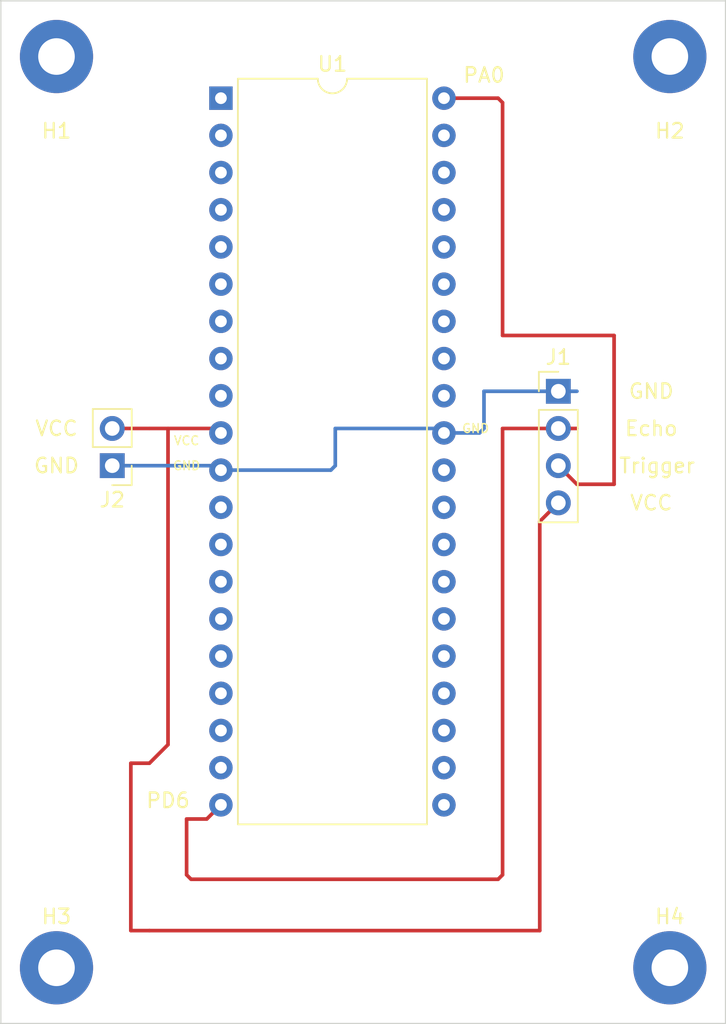
<source format=kicad_pcb>
(kicad_pcb (version 20171130) (host pcbnew "(5.1.9)-1")

  (general
    (thickness 1.6)
    (drawings 15)
    (tracks 38)
    (zones 0)
    (modules 7)
    (nets 40)
  )

  (page A4)
  (layers
    (0 F.Cu signal)
    (31 B.Cu signal)
    (32 B.Adhes user)
    (33 F.Adhes user)
    (34 B.Paste user)
    (35 F.Paste user)
    (36 B.SilkS user)
    (37 F.SilkS user)
    (38 B.Mask user)
    (39 F.Mask user)
    (40 Dwgs.User user)
    (41 Cmts.User user)
    (42 Eco1.User user)
    (43 Eco2.User user)
    (44 Edge.Cuts user)
    (45 Margin user)
    (46 B.CrtYd user)
    (47 F.CrtYd user)
    (48 B.Fab user)
    (49 F.Fab user)
  )

  (setup
    (last_trace_width 0.25)
    (trace_clearance 0.2)
    (zone_clearance 0.508)
    (zone_45_only no)
    (trace_min 0.2)
    (via_size 0.8)
    (via_drill 0.4)
    (via_min_size 0.4)
    (via_min_drill 0.3)
    (uvia_size 0.3)
    (uvia_drill 0.1)
    (uvias_allowed no)
    (uvia_min_size 0.2)
    (uvia_min_drill 0.1)
    (edge_width 0.1)
    (segment_width 0.2)
    (pcb_text_width 0.3)
    (pcb_text_size 1.5 1.5)
    (mod_edge_width 0.15)
    (mod_text_size 1 1)
    (mod_text_width 0.15)
    (pad_size 1.524 1.524)
    (pad_drill 0.762)
    (pad_to_mask_clearance 0)
    (aux_axis_origin 0 0)
    (visible_elements FFFFFF7F)
    (pcbplotparams
      (layerselection 0x010fc_ffffffff)
      (usegerberextensions false)
      (usegerberattributes true)
      (usegerberadvancedattributes true)
      (creategerberjobfile true)
      (excludeedgelayer true)
      (linewidth 0.100000)
      (plotframeref false)
      (viasonmask false)
      (mode 1)
      (useauxorigin false)
      (hpglpennumber 1)
      (hpglpenspeed 20)
      (hpglpendiameter 15.000000)
      (psnegative false)
      (psa4output false)
      (plotreference true)
      (plotvalue true)
      (plotinvisibletext false)
      (padsonsilk false)
      (subtractmaskfromsilk false)
      (outputformat 1)
      (mirror false)
      (drillshape 1)
      (scaleselection 1)
      (outputdirectory ""))
  )

  (net 0 "")
  (net 1 GND)
  (net 2 "Net-(J1-Pad2)")
  (net 3 "Net-(J1-Pad3)")
  (net 4 +5V)
  (net 5 "Net-(U1-Pad1)")
  (net 6 "Net-(U1-Pad21)")
  (net 7 "Net-(U1-Pad2)")
  (net 8 "Net-(U1-Pad22)")
  (net 9 "Net-(U1-Pad3)")
  (net 10 "Net-(U1-Pad23)")
  (net 11 "Net-(U1-Pad4)")
  (net 12 "Net-(U1-Pad24)")
  (net 13 "Net-(U1-Pad5)")
  (net 14 "Net-(U1-Pad25)")
  (net 15 "Net-(U1-Pad6)")
  (net 16 "Net-(U1-Pad26)")
  (net 17 "Net-(U1-Pad7)")
  (net 18 "Net-(U1-Pad27)")
  (net 19 "Net-(U1-Pad8)")
  (net 20 "Net-(U1-Pad28)")
  (net 21 "Net-(U1-Pad9)")
  (net 22 "Net-(U1-Pad29)")
  (net 23 "Net-(U1-Pad30)")
  (net 24 "Net-(U1-Pad12)")
  (net 25 "Net-(U1-Pad32)")
  (net 26 "Net-(U1-Pad13)")
  (net 27 "Net-(U1-Pad33)")
  (net 28 "Net-(U1-Pad14)")
  (net 29 "Net-(U1-Pad34)")
  (net 30 "Net-(U1-Pad15)")
  (net 31 "Net-(U1-Pad35)")
  (net 32 "Net-(U1-Pad16)")
  (net 33 "Net-(U1-Pad36)")
  (net 34 "Net-(U1-Pad17)")
  (net 35 "Net-(U1-Pad37)")
  (net 36 "Net-(U1-Pad18)")
  (net 37 "Net-(U1-Pad38)")
  (net 38 "Net-(U1-Pad19)")
  (net 39 "Net-(U1-Pad39)")

  (net_class Default "This is the default net class."
    (clearance 0.2)
    (trace_width 0.25)
    (via_dia 0.8)
    (via_drill 0.4)
    (uvia_dia 0.3)
    (uvia_drill 0.1)
    (add_net +5V)
    (add_net GND)
    (add_net "Net-(J1-Pad2)")
    (add_net "Net-(J1-Pad3)")
    (add_net "Net-(U1-Pad1)")
    (add_net "Net-(U1-Pad12)")
    (add_net "Net-(U1-Pad13)")
    (add_net "Net-(U1-Pad14)")
    (add_net "Net-(U1-Pad15)")
    (add_net "Net-(U1-Pad16)")
    (add_net "Net-(U1-Pad17)")
    (add_net "Net-(U1-Pad18)")
    (add_net "Net-(U1-Pad19)")
    (add_net "Net-(U1-Pad2)")
    (add_net "Net-(U1-Pad21)")
    (add_net "Net-(U1-Pad22)")
    (add_net "Net-(U1-Pad23)")
    (add_net "Net-(U1-Pad24)")
    (add_net "Net-(U1-Pad25)")
    (add_net "Net-(U1-Pad26)")
    (add_net "Net-(U1-Pad27)")
    (add_net "Net-(U1-Pad28)")
    (add_net "Net-(U1-Pad29)")
    (add_net "Net-(U1-Pad3)")
    (add_net "Net-(U1-Pad30)")
    (add_net "Net-(U1-Pad32)")
    (add_net "Net-(U1-Pad33)")
    (add_net "Net-(U1-Pad34)")
    (add_net "Net-(U1-Pad35)")
    (add_net "Net-(U1-Pad36)")
    (add_net "Net-(U1-Pad37)")
    (add_net "Net-(U1-Pad38)")
    (add_net "Net-(U1-Pad39)")
    (add_net "Net-(U1-Pad4)")
    (add_net "Net-(U1-Pad5)")
    (add_net "Net-(U1-Pad6)")
    (add_net "Net-(U1-Pad7)")
    (add_net "Net-(U1-Pad8)")
    (add_net "Net-(U1-Pad9)")
  )

  (module MountingHole:MountingHole_2.5mm_Pad (layer F.Cu) (tedit 56D1B4CB) (tstamp 6079DEB7)
    (at 60.96 64.77)
    (descr "Mounting Hole 2.5mm")
    (tags "mounting hole 2.5mm")
    (path /607B5695)
    (attr virtual)
    (fp_text reference H1 (at 0 5.08) (layer F.SilkS)
      (effects (font (size 1 1) (thickness 0.15)))
    )
    (fp_text value MountingHole (at 0 3.5) (layer F.Fab)
      (effects (font (size 1 0.7) (thickness 0.15)))
    )
    (fp_circle (center 0 0) (end 2.75 0) (layer F.CrtYd) (width 0.05))
    (fp_circle (center 0 0) (end 2.5 0) (layer Cmts.User) (width 0.15))
    (fp_text user %R (at 0.3 0) (layer F.Fab)
      (effects (font (size 1 1) (thickness 0.15)))
    )
    (pad 1 thru_hole circle (at 0 0) (size 5 5) (drill 2.5) (layers *.Cu *.Mask))
  )

  (module MountingHole:MountingHole_2.5mm_Pad (layer F.Cu) (tedit 56D1B4CB) (tstamp 6079DEBF)
    (at 102.87 64.77)
    (descr "Mounting Hole 2.5mm")
    (tags "mounting hole 2.5mm")
    (path /607B5C21)
    (attr virtual)
    (fp_text reference H2 (at 0 5.08) (layer F.SilkS)
      (effects (font (size 1 1) (thickness 0.15)))
    )
    (fp_text value MountingHole (at -1.27 3.81) (layer F.Fab)
      (effects (font (size 1 0.7) (thickness 0.15)))
    )
    (fp_text user %R (at 0.3 0) (layer F.Fab)
      (effects (font (size 1 1) (thickness 0.15)))
    )
    (fp_circle (center 0 0) (end 2.5 0) (layer Cmts.User) (width 0.15))
    (fp_circle (center 0 0) (end 2.75 0) (layer F.CrtYd) (width 0.05))
    (pad 1 thru_hole circle (at 0 0) (size 5 5) (drill 2.5) (layers *.Cu *.Mask))
  )

  (module MountingHole:MountingHole_2.5mm_Pad (layer F.Cu) (tedit 56D1B4CB) (tstamp 6079DEC7)
    (at 60.96 127)
    (descr "Mounting Hole 2.5mm")
    (tags "mounting hole 2.5mm")
    (path /607B5EDC)
    (attr virtual)
    (fp_text reference H3 (at 0 -3.5) (layer F.SilkS)
      (effects (font (size 1 1) (thickness 0.15)))
    )
    (fp_text value MountingHole (at 1.27 -5.08) (layer F.Fab)
      (effects (font (size 1 0.7) (thickness 0.15)))
    )
    (fp_circle (center 0 0) (end 2.75 0) (layer F.CrtYd) (width 0.05))
    (fp_circle (center 0 0) (end 2.5 0) (layer Cmts.User) (width 0.15))
    (fp_text user %R (at 0.3 0) (layer F.Fab)
      (effects (font (size 1 1) (thickness 0.15)))
    )
    (pad 1 thru_hole circle (at 0 0) (size 5 5) (drill 2.5) (layers *.Cu *.Mask))
  )

  (module MountingHole:MountingHole_2.5mm_Pad (layer F.Cu) (tedit 56D1B4CB) (tstamp 6079DECF)
    (at 102.87 127)
    (descr "Mounting Hole 2.5mm")
    (tags "mounting hole 2.5mm")
    (path /607B65A2)
    (attr virtual)
    (fp_text reference H4 (at 0 -3.5) (layer F.SilkS)
      (effects (font (size 1 1) (thickness 0.15)))
    )
    (fp_text value MountingHole (at -1.27 -5.08) (layer F.Fab)
      (effects (font (size 1 0.7) (thickness 0.15)))
    )
    (fp_text user %R (at 0.3 0) (layer F.Fab)
      (effects (font (size 1 1) (thickness 0.15)))
    )
    (fp_circle (center 0 0) (end 2.5 0) (layer Cmts.User) (width 0.15))
    (fp_circle (center 0 0) (end 2.75 0) (layer F.CrtYd) (width 0.05))
    (pad 1 thru_hole circle (at 0 0) (size 5 5) (drill 2.5) (layers *.Cu *.Mask))
  )

  (module Connector_PinHeader_2.54mm:PinHeader_1x04_P2.54mm_Vertical (layer F.Cu) (tedit 59FED5CC) (tstamp 6079DEE7)
    (at 95.25 87.63)
    (descr "Through hole straight pin header, 1x04, 2.54mm pitch, single row")
    (tags "Through hole pin header THT 1x04 2.54mm single row")
    (path /6079EB91)
    (fp_text reference J1 (at 0 -2.33) (layer F.SilkS)
      (effects (font (size 1 1) (thickness 0.15)))
    )
    (fp_text value "Conn_01x04_Male(USHC-SR04)" (at 3.81 19.05 90) (layer F.Fab)
      (effects (font (size 1 1) (thickness 0.15)))
    )
    (fp_line (start 1.8 -1.8) (end -1.8 -1.8) (layer F.CrtYd) (width 0.05))
    (fp_line (start 1.8 9.4) (end 1.8 -1.8) (layer F.CrtYd) (width 0.05))
    (fp_line (start -1.8 9.4) (end 1.8 9.4) (layer F.CrtYd) (width 0.05))
    (fp_line (start -1.8 -1.8) (end -1.8 9.4) (layer F.CrtYd) (width 0.05))
    (fp_line (start -1.33 -1.33) (end 0 -1.33) (layer F.SilkS) (width 0.12))
    (fp_line (start -1.33 0) (end -1.33 -1.33) (layer F.SilkS) (width 0.12))
    (fp_line (start -1.33 1.27) (end 1.33 1.27) (layer F.SilkS) (width 0.12))
    (fp_line (start 1.33 1.27) (end 1.33 8.95) (layer F.SilkS) (width 0.12))
    (fp_line (start -1.33 1.27) (end -1.33 8.95) (layer F.SilkS) (width 0.12))
    (fp_line (start -1.33 8.95) (end 1.33 8.95) (layer F.SilkS) (width 0.12))
    (fp_line (start -1.27 -0.635) (end -0.635 -1.27) (layer F.Fab) (width 0.1))
    (fp_line (start -1.27 8.89) (end -1.27 -0.635) (layer F.Fab) (width 0.1))
    (fp_line (start 1.27 8.89) (end -1.27 8.89) (layer F.Fab) (width 0.1))
    (fp_line (start 1.27 -1.27) (end 1.27 8.89) (layer F.Fab) (width 0.1))
    (fp_line (start -0.635 -1.27) (end 1.27 -1.27) (layer F.Fab) (width 0.1))
    (fp_text user %R (at 0 3.81 90) (layer F.Fab)
      (effects (font (size 1 1) (thickness 0.15)))
    )
    (pad 1 thru_hole rect (at 0 0) (size 1.7 1.7) (drill 1) (layers *.Cu *.Mask)
      (net 1 GND))
    (pad 2 thru_hole oval (at 0 2.54) (size 1.7 1.7) (drill 1) (layers *.Cu *.Mask)
      (net 2 "Net-(J1-Pad2)"))
    (pad 3 thru_hole oval (at 0 5.08) (size 1.7 1.7) (drill 1) (layers *.Cu *.Mask)
      (net 3 "Net-(J1-Pad3)"))
    (pad 4 thru_hole oval (at 0 7.62) (size 1.7 1.7) (drill 1) (layers *.Cu *.Mask)
      (net 4 +5V))
    (model ${KISYS3DMOD}/Connector_PinHeader_2.54mm.3dshapes/PinHeader_1x04_P2.54mm_Vertical.wrl
      (at (xyz 0 0 0))
      (scale (xyz 1 1 1))
      (rotate (xyz 0 0 0))
    )
  )

  (module Connector_PinHeader_2.54mm:PinHeader_1x02_P2.54mm_Vertical (layer F.Cu) (tedit 59FED5CC) (tstamp 6079DEFD)
    (at 64.77 92.71 180)
    (descr "Through hole straight pin header, 1x02, 2.54mm pitch, single row")
    (tags "Through hole pin header THT 1x02 2.54mm single row")
    (path /6079E1F1)
    (fp_text reference J2 (at 0 -2.33) (layer F.SilkS)
      (effects (font (size 1 1) (thickness 0.15)))
    )
    (fp_text value Conn_01x02_Female (at 6.35 1.27 270) (layer F.Fab)
      (effects (font (size 1 1) (thickness 0.15)))
    )
    (fp_line (start 1.8 -1.8) (end -1.8 -1.8) (layer F.CrtYd) (width 0.05))
    (fp_line (start 1.8 4.35) (end 1.8 -1.8) (layer F.CrtYd) (width 0.05))
    (fp_line (start -1.8 4.35) (end 1.8 4.35) (layer F.CrtYd) (width 0.05))
    (fp_line (start -1.8 -1.8) (end -1.8 4.35) (layer F.CrtYd) (width 0.05))
    (fp_line (start -1.33 -1.33) (end 0 -1.33) (layer F.SilkS) (width 0.12))
    (fp_line (start -1.33 0) (end -1.33 -1.33) (layer F.SilkS) (width 0.12))
    (fp_line (start -1.33 1.27) (end 1.33 1.27) (layer F.SilkS) (width 0.12))
    (fp_line (start 1.33 1.27) (end 1.33 3.87) (layer F.SilkS) (width 0.12))
    (fp_line (start -1.33 1.27) (end -1.33 3.87) (layer F.SilkS) (width 0.12))
    (fp_line (start -1.33 3.87) (end 1.33 3.87) (layer F.SilkS) (width 0.12))
    (fp_line (start -1.27 -0.635) (end -0.635 -1.27) (layer F.Fab) (width 0.1))
    (fp_line (start -1.27 3.81) (end -1.27 -0.635) (layer F.Fab) (width 0.1))
    (fp_line (start 1.27 3.81) (end -1.27 3.81) (layer F.Fab) (width 0.1))
    (fp_line (start 1.27 -1.27) (end 1.27 3.81) (layer F.Fab) (width 0.1))
    (fp_line (start -0.635 -1.27) (end 1.27 -1.27) (layer F.Fab) (width 0.1))
    (fp_text user %R (at 0 1.27 90) (layer F.Fab)
      (effects (font (size 1 1) (thickness 0.15)))
    )
    (pad 1 thru_hole rect (at 0 0 180) (size 1.7 1.7) (drill 1) (layers *.Cu *.Mask)
      (net 1 GND))
    (pad 2 thru_hole oval (at 0 2.54 180) (size 1.7 1.7) (drill 1) (layers *.Cu *.Mask)
      (net 4 +5V))
    (model ${KISYS3DMOD}/Connector_PinHeader_2.54mm.3dshapes/PinHeader_1x02_P2.54mm_Vertical.wrl
      (at (xyz 0 0 0))
      (scale (xyz 1 1 1))
      (rotate (xyz 0 0 0))
    )
  )

  (module Package_DIP:DIP-40_W15.24mm (layer F.Cu) (tedit 5A02E8C5) (tstamp 6079DF39)
    (at 72.195001 67.615001)
    (descr "40-lead though-hole mounted DIP package, row spacing 15.24 mm (600 mils)")
    (tags "THT DIP DIL PDIP 2.54mm 15.24mm 600mil")
    (path /607B8386)
    (fp_text reference U1 (at 7.62 -2.33) (layer F.SilkS)
      (effects (font (size 1 1) (thickness 0.15)))
    )
    (fp_text value ATmega32-16PU (at 7.62 50.59) (layer F.Fab)
      (effects (font (size 1 1) (thickness 0.15)))
    )
    (fp_line (start 16.3 -1.55) (end -1.05 -1.55) (layer F.CrtYd) (width 0.05))
    (fp_line (start 16.3 49.8) (end 16.3 -1.55) (layer F.CrtYd) (width 0.05))
    (fp_line (start -1.05 49.8) (end 16.3 49.8) (layer F.CrtYd) (width 0.05))
    (fp_line (start -1.05 -1.55) (end -1.05 49.8) (layer F.CrtYd) (width 0.05))
    (fp_line (start 14.08 -1.33) (end 8.62 -1.33) (layer F.SilkS) (width 0.12))
    (fp_line (start 14.08 49.59) (end 14.08 -1.33) (layer F.SilkS) (width 0.12))
    (fp_line (start 1.16 49.59) (end 14.08 49.59) (layer F.SilkS) (width 0.12))
    (fp_line (start 1.16 -1.33) (end 1.16 49.59) (layer F.SilkS) (width 0.12))
    (fp_line (start 6.62 -1.33) (end 1.16 -1.33) (layer F.SilkS) (width 0.12))
    (fp_line (start 0.255 -0.27) (end 1.255 -1.27) (layer F.Fab) (width 0.1))
    (fp_line (start 0.255 49.53) (end 0.255 -0.27) (layer F.Fab) (width 0.1))
    (fp_line (start 14.985 49.53) (end 0.255 49.53) (layer F.Fab) (width 0.1))
    (fp_line (start 14.985 -1.27) (end 14.985 49.53) (layer F.Fab) (width 0.1))
    (fp_line (start 1.255 -1.27) (end 14.985 -1.27) (layer F.Fab) (width 0.1))
    (fp_arc (start 7.62 -1.33) (end 6.62 -1.33) (angle -180) (layer F.SilkS) (width 0.12))
    (fp_text user %R (at 7.62 24.13) (layer F.Fab)
      (effects (font (size 1 1) (thickness 0.15)))
    )
    (pad 1 thru_hole rect (at 0 0) (size 1.6 1.6) (drill 0.8) (layers *.Cu *.Mask)
      (net 5 "Net-(U1-Pad1)"))
    (pad 21 thru_hole oval (at 15.24 48.26) (size 1.6 1.6) (drill 0.8) (layers *.Cu *.Mask)
      (net 6 "Net-(U1-Pad21)"))
    (pad 2 thru_hole oval (at 0 2.54) (size 1.6 1.6) (drill 0.8) (layers *.Cu *.Mask)
      (net 7 "Net-(U1-Pad2)"))
    (pad 22 thru_hole oval (at 15.24 45.72) (size 1.6 1.6) (drill 0.8) (layers *.Cu *.Mask)
      (net 8 "Net-(U1-Pad22)"))
    (pad 3 thru_hole oval (at 0 5.08) (size 1.6 1.6) (drill 0.8) (layers *.Cu *.Mask)
      (net 9 "Net-(U1-Pad3)"))
    (pad 23 thru_hole oval (at 15.24 43.18) (size 1.6 1.6) (drill 0.8) (layers *.Cu *.Mask)
      (net 10 "Net-(U1-Pad23)"))
    (pad 4 thru_hole oval (at 0 7.62) (size 1.6 1.6) (drill 0.8) (layers *.Cu *.Mask)
      (net 11 "Net-(U1-Pad4)"))
    (pad 24 thru_hole oval (at 15.24 40.64) (size 1.6 1.6) (drill 0.8) (layers *.Cu *.Mask)
      (net 12 "Net-(U1-Pad24)"))
    (pad 5 thru_hole oval (at 0 10.16) (size 1.6 1.6) (drill 0.8) (layers *.Cu *.Mask)
      (net 13 "Net-(U1-Pad5)"))
    (pad 25 thru_hole oval (at 15.24 38.1) (size 1.6 1.6) (drill 0.8) (layers *.Cu *.Mask)
      (net 14 "Net-(U1-Pad25)"))
    (pad 6 thru_hole oval (at 0 12.7) (size 1.6 1.6) (drill 0.8) (layers *.Cu *.Mask)
      (net 15 "Net-(U1-Pad6)"))
    (pad 26 thru_hole oval (at 15.24 35.56) (size 1.6 1.6) (drill 0.8) (layers *.Cu *.Mask)
      (net 16 "Net-(U1-Pad26)"))
    (pad 7 thru_hole oval (at 0 15.24) (size 1.6 1.6) (drill 0.8) (layers *.Cu *.Mask)
      (net 17 "Net-(U1-Pad7)"))
    (pad 27 thru_hole oval (at 15.24 33.02) (size 1.6 1.6) (drill 0.8) (layers *.Cu *.Mask)
      (net 18 "Net-(U1-Pad27)"))
    (pad 8 thru_hole oval (at 0 17.78) (size 1.6 1.6) (drill 0.8) (layers *.Cu *.Mask)
      (net 19 "Net-(U1-Pad8)"))
    (pad 28 thru_hole oval (at 15.24 30.48) (size 1.6 1.6) (drill 0.8) (layers *.Cu *.Mask)
      (net 20 "Net-(U1-Pad28)"))
    (pad 9 thru_hole oval (at 0 20.32) (size 1.6 1.6) (drill 0.8) (layers *.Cu *.Mask)
      (net 21 "Net-(U1-Pad9)"))
    (pad 29 thru_hole oval (at 15.24 27.94) (size 1.6 1.6) (drill 0.8) (layers *.Cu *.Mask)
      (net 22 "Net-(U1-Pad29)"))
    (pad 10 thru_hole oval (at 0 22.86) (size 1.6 1.6) (drill 0.8) (layers *.Cu *.Mask)
      (net 4 +5V))
    (pad 30 thru_hole oval (at 15.24 25.4) (size 1.6 1.6) (drill 0.8) (layers *.Cu *.Mask)
      (net 23 "Net-(U1-Pad30)"))
    (pad 11 thru_hole oval (at 0 25.4) (size 1.6 1.6) (drill 0.8) (layers *.Cu *.Mask)
      (net 1 GND))
    (pad 31 thru_hole oval (at 15.24 22.86) (size 1.6 1.6) (drill 0.8) (layers *.Cu *.Mask)
      (net 1 GND))
    (pad 12 thru_hole oval (at 0 27.94) (size 1.6 1.6) (drill 0.8) (layers *.Cu *.Mask)
      (net 24 "Net-(U1-Pad12)"))
    (pad 32 thru_hole oval (at 15.24 20.32) (size 1.6 1.6) (drill 0.8) (layers *.Cu *.Mask)
      (net 25 "Net-(U1-Pad32)"))
    (pad 13 thru_hole oval (at 0 30.48) (size 1.6 1.6) (drill 0.8) (layers *.Cu *.Mask)
      (net 26 "Net-(U1-Pad13)"))
    (pad 33 thru_hole oval (at 15.24 17.78) (size 1.6 1.6) (drill 0.8) (layers *.Cu *.Mask)
      (net 27 "Net-(U1-Pad33)"))
    (pad 14 thru_hole oval (at 0 33.02) (size 1.6 1.6) (drill 0.8) (layers *.Cu *.Mask)
      (net 28 "Net-(U1-Pad14)"))
    (pad 34 thru_hole oval (at 15.24 15.24) (size 1.6 1.6) (drill 0.8) (layers *.Cu *.Mask)
      (net 29 "Net-(U1-Pad34)"))
    (pad 15 thru_hole oval (at 0 35.56) (size 1.6 1.6) (drill 0.8) (layers *.Cu *.Mask)
      (net 30 "Net-(U1-Pad15)"))
    (pad 35 thru_hole oval (at 15.24 12.7) (size 1.6 1.6) (drill 0.8) (layers *.Cu *.Mask)
      (net 31 "Net-(U1-Pad35)"))
    (pad 16 thru_hole oval (at 0 38.1) (size 1.6 1.6) (drill 0.8) (layers *.Cu *.Mask)
      (net 32 "Net-(U1-Pad16)"))
    (pad 36 thru_hole oval (at 15.24 10.16) (size 1.6 1.6) (drill 0.8) (layers *.Cu *.Mask)
      (net 33 "Net-(U1-Pad36)"))
    (pad 17 thru_hole oval (at 0 40.64) (size 1.6 1.6) (drill 0.8) (layers *.Cu *.Mask)
      (net 34 "Net-(U1-Pad17)"))
    (pad 37 thru_hole oval (at 15.24 7.62) (size 1.6 1.6) (drill 0.8) (layers *.Cu *.Mask)
      (net 35 "Net-(U1-Pad37)"))
    (pad 18 thru_hole oval (at 0 43.18) (size 1.6 1.6) (drill 0.8) (layers *.Cu *.Mask)
      (net 36 "Net-(U1-Pad18)"))
    (pad 38 thru_hole oval (at 15.24 5.08) (size 1.6 1.6) (drill 0.8) (layers *.Cu *.Mask)
      (net 37 "Net-(U1-Pad38)"))
    (pad 19 thru_hole oval (at 0 45.72) (size 1.6 1.6) (drill 0.8) (layers *.Cu *.Mask)
      (net 38 "Net-(U1-Pad19)"))
    (pad 39 thru_hole oval (at 15.24 2.54) (size 1.6 1.6) (drill 0.8) (layers *.Cu *.Mask)
      (net 39 "Net-(U1-Pad39)"))
    (pad 20 thru_hole oval (at 0 48.26) (size 1.6 1.6) (drill 0.8) (layers *.Cu *.Mask)
      (net 2 "Net-(J1-Pad2)"))
    (pad 40 thru_hole oval (at 15.24 0) (size 1.6 1.6) (drill 0.8) (layers *.Cu *.Mask)
      (net 3 "Net-(J1-Pad3)"))
    (model ${KISYS3DMOD}/Package_DIP.3dshapes/DIP-40_W15.24mm.wrl
      (at (xyz 0 0 0))
      (scale (xyz 1 1 1))
      (rotate (xyz 0 0 0))
    )
  )

  (gr_line (start 57.15 130.81) (end 106.68 130.81) (layer Edge.Cuts) (width 0.1) (tstamp 6079E69F))
  (gr_line (start 57.15 60.96) (end 57.15 130.81) (layer Edge.Cuts) (width 0.1))
  (gr_line (start 106.68 60.96) (end 57.15 60.96) (layer Edge.Cuts) (width 0.1))
  (gr_line (start 106.68 130.81) (end 106.68 60.96) (layer Edge.Cuts) (width 0.1))
  (gr_text VCC (at 69.85 91) (layer F.SilkS)
    (effects (font (size 0.6 0.6) (thickness 0.1)))
  )
  (gr_text GND (at 69.85 92.71) (layer F.SilkS) (tstamp 6079E432)
    (effects (font (size 0.6 0.6) (thickness 0.1)))
  )
  (gr_text GND (at 89.6 90.17) (layer F.SilkS)
    (effects (font (size 0.6 0.6) (thickness 0.1)))
  )
  (gr_text PD6 (at 68.58 115.57) (layer F.SilkS)
    (effects (font (size 1 1) (thickness 0.15)))
  )
  (gr_text PA0 (at 90.17 66.04) (layer F.SilkS)
    (effects (font (size 1 1) (thickness 0.15)))
  )
  (gr_text GND (at 60.96 92.71) (layer F.SilkS)
    (effects (font (size 1 1) (thickness 0.15)))
  )
  (gr_text VCC (at 60.96 90.17) (layer F.SilkS)
    (effects (font (size 1 1) (thickness 0.15)))
  )
  (gr_text VCC (at 101.6 95.25) (layer F.SilkS)
    (effects (font (size 1 1) (thickness 0.15)))
  )
  (gr_text GND (at 101.6 87.63) (layer F.SilkS)
    (effects (font (size 1 1) (thickness 0.15)))
  )
  (gr_text Echo (at 101.6 90.17) (layer F.SilkS)
    (effects (font (size 1 1) (thickness 0.15)))
  )
  (gr_text Trigger (at 102 92.71) (layer F.SilkS)
    (effects (font (size 1 1) (thickness 0.15)))
  )

  (segment (start 71.89 92.71) (end 72.195001 93.015001) (width 0.25) (layer B.Cu) (net 1))
  (segment (start 64.77 92.71) (end 71.89 92.71) (width 0.25) (layer B.Cu) (net 1))
  (segment (start 87.435001 90.475001) (end 89.864999 90.475001) (width 0.25) (layer B.Cu) (net 1))
  (segment (start 89.864999 90.475001) (end 90.17 90.17) (width 0.25) (layer B.Cu) (net 1))
  (segment (start 90.17 90.17) (end 90.17 87.63) (width 0.25) (layer B.Cu) (net 1))
  (segment (start 90.17 87.63) (end 96.52 87.63) (width 0.25) (layer B.Cu) (net 1))
  (segment (start 72.195001 93.015001) (end 79.704999 93.015001) (width 0.25) (layer B.Cu) (net 1))
  (segment (start 79.704999 93.015001) (end 80.01 92.71) (width 0.25) (layer B.Cu) (net 1))
  (segment (start 80.01 92.71) (end 80.01 90.17) (width 0.25) (layer B.Cu) (net 1))
  (segment (start 87.13 90.17) (end 87.435001 90.475001) (width 0.25) (layer B.Cu) (net 1))
  (segment (start 80.01 90.17) (end 87.13 90.17) (width 0.25) (layer B.Cu) (net 1))
  (segment (start 91.44 90.17) (end 96.52 90.17) (width 0.25) (layer F.Cu) (net 2))
  (segment (start 91.134999 120.955001) (end 91.44 120.65) (width 0.25) (layer F.Cu) (net 2))
  (segment (start 70.155001 120.955001) (end 91.134999 120.955001) (width 0.25) (layer F.Cu) (net 2))
  (segment (start 91.44 120.65) (end 91.44 90.17) (width 0.25) (layer F.Cu) (net 2))
  (segment (start 69.85 120.65) (end 70.155001 120.955001) (width 0.25) (layer F.Cu) (net 2))
  (segment (start 69.85 116.84) (end 69.85 120.65) (width 0.25) (layer F.Cu) (net 2))
  (segment (start 71.230002 116.84) (end 69.85 116.84) (width 0.25) (layer F.Cu) (net 2))
  (segment (start 72.195001 115.875001) (end 71.230002 116.84) (width 0.25) (layer F.Cu) (net 2))
  (segment (start 96.52 93.98) (end 95.25 92.71) (width 0.25) (layer F.Cu) (net 3))
  (segment (start 99.06 93.98) (end 96.52 93.98) (width 0.25) (layer F.Cu) (net 3))
  (segment (start 99.06 83.82) (end 99.06 93.98) (width 0.25) (layer F.Cu) (net 3))
  (segment (start 91.44 83.82) (end 99.06 83.82) (width 0.25) (layer F.Cu) (net 3))
  (segment (start 91.44 67.920002) (end 91.44 83.82) (width 0.25) (layer F.Cu) (net 3))
  (segment (start 91.134999 67.615001) (end 91.44 67.920002) (width 0.25) (layer F.Cu) (net 3))
  (segment (start 87.435001 67.615001) (end 91.134999 67.615001) (width 0.25) (layer F.Cu) (net 3))
  (segment (start 71.89 90.17) (end 72.195001 90.475001) (width 0.25) (layer F.Cu) (net 4))
  (segment (start 64.77 90.17) (end 67.31 90.17) (width 0.25) (layer F.Cu) (net 4))
  (segment (start 93.98 96.52) (end 95.25 95.25) (width 0.25) (layer F.Cu) (net 4))
  (segment (start 93.98 124.46) (end 93.98 96.52) (width 0.25) (layer F.Cu) (net 4))
  (segment (start 66.04 124.46) (end 66.04 113.03) (width 0.25) (layer F.Cu) (net 4))
  (segment (start 67.31 124.46) (end 93.98 124.46) (width 0.25) (layer F.Cu) (net 4))
  (segment (start 67.31 113.03) (end 68.58 111.76) (width 0.25) (layer F.Cu) (net 4))
  (segment (start 68.58 111.76) (end 68.58 90.17) (width 0.25) (layer F.Cu) (net 4))
  (segment (start 68.58 90.17) (end 71.89 90.17) (width 0.25) (layer F.Cu) (net 4))
  (segment (start 67.31 90.17) (end 68.58 90.17) (width 0.25) (layer F.Cu) (net 4))
  (segment (start 67.31 124.46) (end 66.04 124.46) (width 0.25) (layer F.Cu) (net 4))
  (segment (start 66.04 113.03) (end 67.31 113.03) (width 0.25) (layer F.Cu) (net 4))

)

</source>
